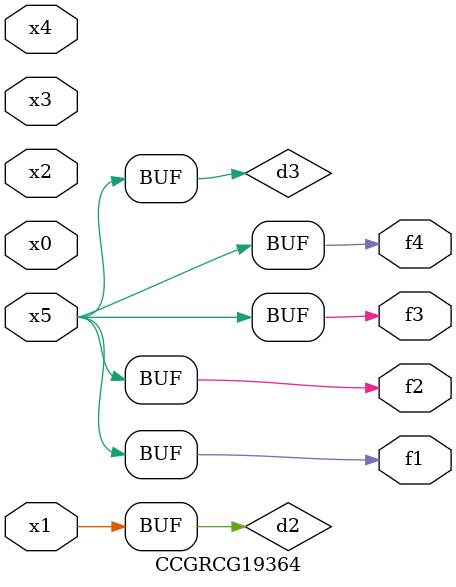
<source format=v>
module CCGRCG19364(
	input x0, x1, x2, x3, x4, x5,
	output f1, f2, f3, f4
);

	wire d1, d2, d3;

	not (d1, x5);
	or (d2, x1);
	xnor (d3, d1);
	assign f1 = d3;
	assign f2 = d3;
	assign f3 = d3;
	assign f4 = d3;
endmodule

</source>
